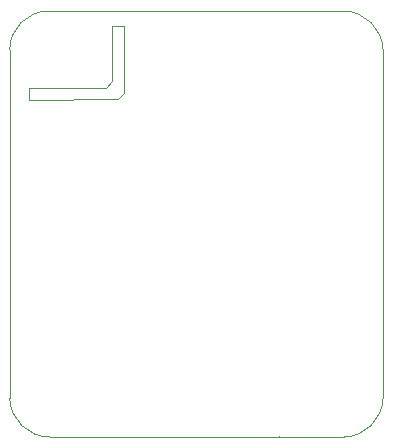
<source format=gm1>
G04 #@! TF.GenerationSoftware,KiCad,Pcbnew,6.0.5-a6ca702e91~116~ubuntu20.04.1*
G04 #@! TF.CreationDate,2022-07-01T16:46:14+00:00*
G04 #@! TF.ProjectId,PlantBuddy,506c616e-7442-4756-9464-792e6b696361,rev?*
G04 #@! TF.SameCoordinates,Original*
G04 #@! TF.FileFunction,Profile,NP*
%FSLAX46Y46*%
G04 Gerber Fmt 4.6, Leading zero omitted, Abs format (unit mm)*
G04 Created by KiCad (PCBNEW 6.0.5-a6ca702e91~116~ubuntu20.04.1) date 2022-07-01 16:46:14*
%MOMM*%
%LPD*%
G01*
G04 APERTURE LIST*
G04 #@! TA.AperFunction,Profile*
%ADD10C,0.050000*%
G04 #@! TD*
G04 APERTURE END LIST*
D10*
X124647080Y-45889171D02*
X132134080Y-45886171D01*
X126298080Y-38396180D02*
G75*
G03*
X122996080Y-41698171I20J-3302020D01*
G01*
X131632080Y-39671171D02*
X132648080Y-39671171D01*
X145767080Y-74400171D02*
X145767080Y-74400171D01*
X124647080Y-44873171D02*
X124647080Y-45889171D01*
X131119080Y-44871171D02*
X124647080Y-44873171D01*
X132134080Y-45886171D02*
X132644080Y-45376171D01*
X122996035Y-71162172D02*
G75*
G03*
X126425080Y-74464171I3399465J98772D01*
G01*
X131632080Y-39671171D02*
X131629080Y-44361171D01*
X154616217Y-41698171D02*
G75*
G03*
X151265366Y-38396171I-3401617J-100729D01*
G01*
X132648080Y-39671171D02*
X132644080Y-45376171D01*
X154619080Y-71162171D02*
X154616233Y-41698171D01*
X151268213Y-74464171D02*
X126425080Y-74464171D01*
X122996080Y-65193171D02*
X122996080Y-71162171D01*
X126298080Y-38396171D02*
X151265366Y-38396171D01*
X122996080Y-65193171D02*
X122996080Y-41698171D01*
X151268213Y-74464175D02*
G75*
G03*
X154619080Y-71162171I-49613J3401575D01*
G01*
X131119080Y-44871171D02*
X131629080Y-44361171D01*
M02*

</source>
